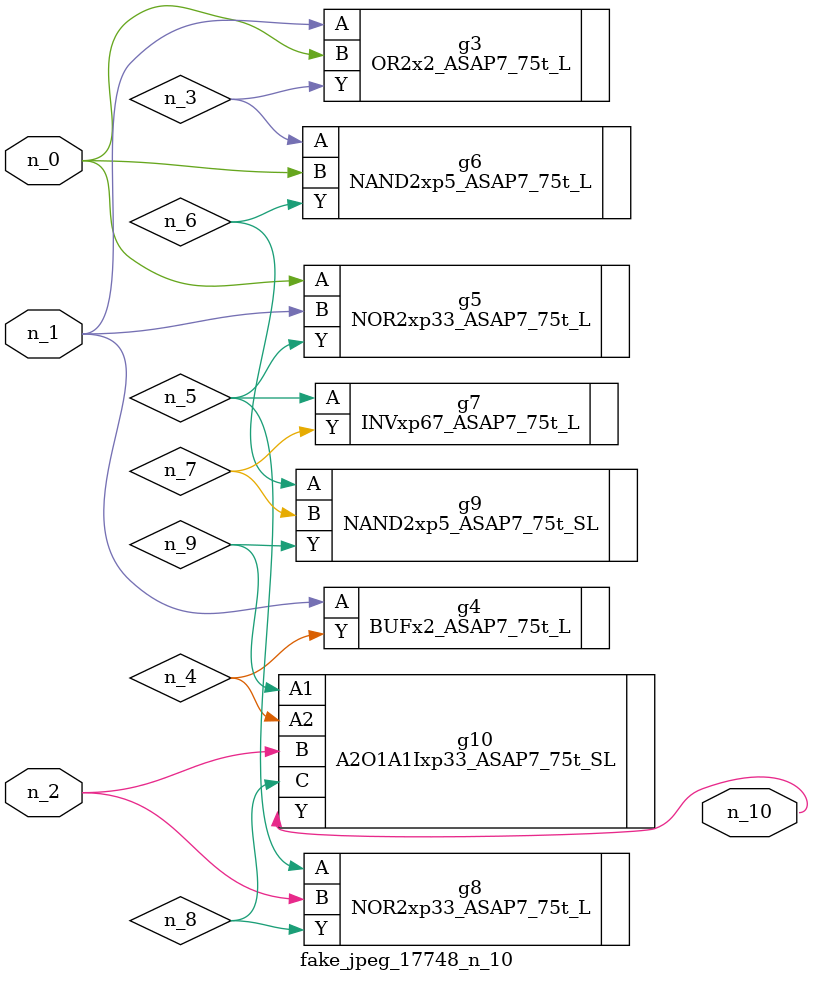
<source format=v>
module fake_jpeg_17748_n_10 (n_0, n_2, n_1, n_10);

input n_0;
input n_2;
input n_1;

output n_10;

wire n_3;
wire n_4;
wire n_8;
wire n_9;
wire n_6;
wire n_5;
wire n_7;

OR2x2_ASAP7_75t_L g3 ( 
.A(n_1),
.B(n_0),
.Y(n_3)
);

BUFx2_ASAP7_75t_L g4 ( 
.A(n_1),
.Y(n_4)
);

NOR2xp33_ASAP7_75t_L g5 ( 
.A(n_0),
.B(n_1),
.Y(n_5)
);

NAND2xp5_ASAP7_75t_L g6 ( 
.A(n_3),
.B(n_0),
.Y(n_6)
);

NAND2xp5_ASAP7_75t_SL g9 ( 
.A(n_6),
.B(n_7),
.Y(n_9)
);

INVxp67_ASAP7_75t_L g7 ( 
.A(n_5),
.Y(n_7)
);

NOR2xp33_ASAP7_75t_L g8 ( 
.A(n_5),
.B(n_2),
.Y(n_8)
);

A2O1A1Ixp33_ASAP7_75t_SL g10 ( 
.A1(n_9),
.A2(n_4),
.B(n_2),
.C(n_8),
.Y(n_10)
);


endmodule
</source>
